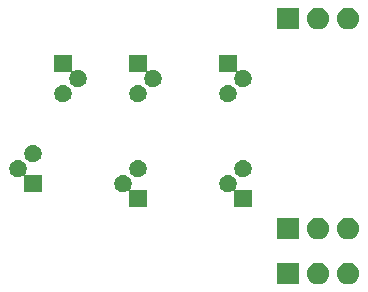
<source format=gbs>
G04 #@! TF.GenerationSoftware,KiCad,Pcbnew,5.0.2+dfsg1-1~bpo9+1*
G04 #@! TF.CreationDate,2020-09-02T01:24:03-04:00*
G04 #@! TF.ProjectId,pcb,7063622e-6b69-4636-9164-5f7063625858,rev?*
G04 #@! TF.SameCoordinates,Original*
G04 #@! TF.FileFunction,Soldermask,Bot*
G04 #@! TF.FilePolarity,Negative*
%FSLAX46Y46*%
G04 Gerber Fmt 4.6, Leading zero omitted, Abs format (unit mm)*
G04 Created by KiCad (PCBNEW 5.0.2+dfsg1-1~bpo9+1) date Wed 02 Sep 2020 01:24:03 AM EDT*
%MOMM*%
%LPD*%
G01*
G04 APERTURE LIST*
%ADD10C,0.100000*%
G04 APERTURE END LIST*
D10*
G36*
X141896200Y-89826200D02*
X140043800Y-89826200D01*
X140043800Y-87973800D01*
X141896200Y-87973800D01*
X141896200Y-89826200D01*
X141896200Y-89826200D01*
G37*
G36*
X146231563Y-87987201D02*
X146231566Y-87987202D01*
X146231567Y-87987202D01*
X146406156Y-88040163D01*
X146567059Y-88126167D01*
X146567061Y-88126168D01*
X146567060Y-88126168D01*
X146708091Y-88241909D01*
X146823832Y-88382940D01*
X146909837Y-88543844D01*
X146962799Y-88718437D01*
X146980682Y-88900000D01*
X146962799Y-89081563D01*
X146962798Y-89081566D01*
X146962798Y-89081567D01*
X146909837Y-89256156D01*
X146823833Y-89417059D01*
X146708091Y-89558091D01*
X146567059Y-89673833D01*
X146406156Y-89759837D01*
X146231567Y-89812798D01*
X146231566Y-89812798D01*
X146231563Y-89812799D01*
X146095501Y-89826200D01*
X146004499Y-89826200D01*
X145868437Y-89812799D01*
X145868434Y-89812798D01*
X145868433Y-89812798D01*
X145693844Y-89759837D01*
X145532941Y-89673833D01*
X145391909Y-89558091D01*
X145276167Y-89417059D01*
X145190163Y-89256156D01*
X145137202Y-89081567D01*
X145137202Y-89081566D01*
X145137201Y-89081563D01*
X145119318Y-88900000D01*
X145137201Y-88718437D01*
X145190163Y-88543844D01*
X145276168Y-88382940D01*
X145391909Y-88241909D01*
X145532940Y-88126168D01*
X145532939Y-88126168D01*
X145532941Y-88126167D01*
X145693844Y-88040163D01*
X145868433Y-87987202D01*
X145868434Y-87987202D01*
X145868437Y-87987201D01*
X146004499Y-87973800D01*
X146095501Y-87973800D01*
X146231563Y-87987201D01*
X146231563Y-87987201D01*
G37*
G36*
X143691563Y-87987201D02*
X143691566Y-87987202D01*
X143691567Y-87987202D01*
X143866156Y-88040163D01*
X144027059Y-88126167D01*
X144027061Y-88126168D01*
X144027060Y-88126168D01*
X144168091Y-88241909D01*
X144283832Y-88382940D01*
X144369837Y-88543844D01*
X144422799Y-88718437D01*
X144440682Y-88900000D01*
X144422799Y-89081563D01*
X144422798Y-89081566D01*
X144422798Y-89081567D01*
X144369837Y-89256156D01*
X144283833Y-89417059D01*
X144168091Y-89558091D01*
X144027059Y-89673833D01*
X143866156Y-89759837D01*
X143691567Y-89812798D01*
X143691566Y-89812798D01*
X143691563Y-89812799D01*
X143555501Y-89826200D01*
X143464499Y-89826200D01*
X143328437Y-89812799D01*
X143328434Y-89812798D01*
X143328433Y-89812798D01*
X143153844Y-89759837D01*
X142992941Y-89673833D01*
X142851909Y-89558091D01*
X142736167Y-89417059D01*
X142650163Y-89256156D01*
X142597202Y-89081567D01*
X142597202Y-89081566D01*
X142597201Y-89081563D01*
X142579318Y-88900000D01*
X142597201Y-88718437D01*
X142650163Y-88543844D01*
X142736168Y-88382940D01*
X142851909Y-88241909D01*
X142992940Y-88126168D01*
X142992939Y-88126168D01*
X142992941Y-88126167D01*
X143153844Y-88040163D01*
X143328433Y-87987202D01*
X143328434Y-87987202D01*
X143328437Y-87987201D01*
X143464499Y-87973800D01*
X143555501Y-87973800D01*
X143691563Y-87987201D01*
X143691563Y-87987201D01*
G37*
G36*
X141896200Y-86016200D02*
X140043800Y-86016200D01*
X140043800Y-84163800D01*
X141896200Y-84163800D01*
X141896200Y-86016200D01*
X141896200Y-86016200D01*
G37*
G36*
X146231563Y-84177201D02*
X146231566Y-84177202D01*
X146231567Y-84177202D01*
X146406156Y-84230163D01*
X146567059Y-84316167D01*
X146567061Y-84316168D01*
X146567060Y-84316168D01*
X146708091Y-84431909D01*
X146823832Y-84572940D01*
X146909837Y-84733844D01*
X146962799Y-84908437D01*
X146980682Y-85090000D01*
X146962799Y-85271563D01*
X146962798Y-85271566D01*
X146962798Y-85271567D01*
X146909837Y-85446156D01*
X146823833Y-85607059D01*
X146708091Y-85748091D01*
X146567059Y-85863833D01*
X146406156Y-85949837D01*
X146231567Y-86002798D01*
X146231566Y-86002798D01*
X146231563Y-86002799D01*
X146095501Y-86016200D01*
X146004499Y-86016200D01*
X145868437Y-86002799D01*
X145868434Y-86002798D01*
X145868433Y-86002798D01*
X145693844Y-85949837D01*
X145532941Y-85863833D01*
X145391909Y-85748091D01*
X145276167Y-85607059D01*
X145190163Y-85446156D01*
X145137202Y-85271567D01*
X145137202Y-85271566D01*
X145137201Y-85271563D01*
X145119318Y-85090000D01*
X145137201Y-84908437D01*
X145190163Y-84733844D01*
X145276168Y-84572940D01*
X145391909Y-84431909D01*
X145532940Y-84316168D01*
X145532939Y-84316168D01*
X145532941Y-84316167D01*
X145693844Y-84230163D01*
X145868433Y-84177202D01*
X145868434Y-84177202D01*
X145868437Y-84177201D01*
X146004499Y-84163800D01*
X146095501Y-84163800D01*
X146231563Y-84177201D01*
X146231563Y-84177201D01*
G37*
G36*
X143691563Y-84177201D02*
X143691566Y-84177202D01*
X143691567Y-84177202D01*
X143866156Y-84230163D01*
X144027059Y-84316167D01*
X144027061Y-84316168D01*
X144027060Y-84316168D01*
X144168091Y-84431909D01*
X144283832Y-84572940D01*
X144369837Y-84733844D01*
X144422799Y-84908437D01*
X144440682Y-85090000D01*
X144422799Y-85271563D01*
X144422798Y-85271566D01*
X144422798Y-85271567D01*
X144369837Y-85446156D01*
X144283833Y-85607059D01*
X144168091Y-85748091D01*
X144027059Y-85863833D01*
X143866156Y-85949837D01*
X143691567Y-86002798D01*
X143691566Y-86002798D01*
X143691563Y-86002799D01*
X143555501Y-86016200D01*
X143464499Y-86016200D01*
X143328437Y-86002799D01*
X143328434Y-86002798D01*
X143328433Y-86002798D01*
X143153844Y-85949837D01*
X142992941Y-85863833D01*
X142851909Y-85748091D01*
X142736167Y-85607059D01*
X142650163Y-85446156D01*
X142597202Y-85271567D01*
X142597202Y-85271566D01*
X142597201Y-85271563D01*
X142579318Y-85090000D01*
X142597201Y-84908437D01*
X142650163Y-84733844D01*
X142736168Y-84572940D01*
X142851909Y-84431909D01*
X142992940Y-84316168D01*
X142992939Y-84316168D01*
X142992941Y-84316167D01*
X143153844Y-84230163D01*
X143328433Y-84177202D01*
X143328434Y-84177202D01*
X143328437Y-84177201D01*
X143464499Y-84163800D01*
X143555501Y-84163800D01*
X143691563Y-84177201D01*
X143691563Y-84177201D01*
G37*
G36*
X127211826Y-80581707D02*
X127343983Y-80636448D01*
X127423279Y-80689432D01*
X127451507Y-80708293D01*
X127462927Y-80715924D01*
X127564076Y-80817073D01*
X127643552Y-80936017D01*
X127698293Y-81068174D01*
X127726200Y-81208475D01*
X127726200Y-81351525D01*
X127698293Y-81491826D01*
X127643552Y-81623983D01*
X127562840Y-81744777D01*
X127558146Y-81753560D01*
X127555255Y-81763089D01*
X127554279Y-81773000D01*
X127555255Y-81782911D01*
X127558146Y-81792440D01*
X127562840Y-81801223D01*
X127569158Y-81808921D01*
X127576856Y-81815239D01*
X127585639Y-81819933D01*
X127595168Y-81822824D01*
X127605079Y-81823800D01*
X128996200Y-81823800D01*
X128996200Y-83276200D01*
X127543800Y-83276200D01*
X127543800Y-81885079D01*
X127542824Y-81875168D01*
X127539933Y-81865639D01*
X127535239Y-81856856D01*
X127528921Y-81849158D01*
X127521223Y-81842840D01*
X127512440Y-81838146D01*
X127502911Y-81835255D01*
X127493000Y-81834279D01*
X127483089Y-81835255D01*
X127473560Y-81838146D01*
X127464777Y-81842840D01*
X127462927Y-81844076D01*
X127462926Y-81844077D01*
X127443801Y-81856856D01*
X127343983Y-81923552D01*
X127211826Y-81978293D01*
X127071525Y-82006200D01*
X126928475Y-82006200D01*
X126788174Y-81978293D01*
X126656017Y-81923552D01*
X126569344Y-81865639D01*
X126537074Y-81844077D01*
X126435923Y-81742926D01*
X126409432Y-81703279D01*
X126356448Y-81623983D01*
X126301707Y-81491826D01*
X126273800Y-81351525D01*
X126273800Y-81208475D01*
X126301707Y-81068174D01*
X126356448Y-80936017D01*
X126435924Y-80817073D01*
X126537073Y-80715924D01*
X126548494Y-80708293D01*
X126576721Y-80689432D01*
X126656017Y-80636448D01*
X126788174Y-80581707D01*
X126928475Y-80553800D01*
X127071525Y-80553800D01*
X127211826Y-80581707D01*
X127211826Y-80581707D01*
G37*
G36*
X136101826Y-80581707D02*
X136233983Y-80636448D01*
X136313279Y-80689432D01*
X136341507Y-80708293D01*
X136352927Y-80715924D01*
X136454076Y-80817073D01*
X136533552Y-80936017D01*
X136588293Y-81068174D01*
X136616200Y-81208475D01*
X136616200Y-81351525D01*
X136588293Y-81491826D01*
X136533552Y-81623983D01*
X136452840Y-81744777D01*
X136448146Y-81753560D01*
X136445255Y-81763089D01*
X136444279Y-81773000D01*
X136445255Y-81782911D01*
X136448146Y-81792440D01*
X136452840Y-81801223D01*
X136459158Y-81808921D01*
X136466856Y-81815239D01*
X136475639Y-81819933D01*
X136485168Y-81822824D01*
X136495079Y-81823800D01*
X137886200Y-81823800D01*
X137886200Y-83276200D01*
X136433800Y-83276200D01*
X136433800Y-81885079D01*
X136432824Y-81875168D01*
X136429933Y-81865639D01*
X136425239Y-81856856D01*
X136418921Y-81849158D01*
X136411223Y-81842840D01*
X136402440Y-81838146D01*
X136392911Y-81835255D01*
X136383000Y-81834279D01*
X136373089Y-81835255D01*
X136363560Y-81838146D01*
X136354777Y-81842840D01*
X136352927Y-81844076D01*
X136352926Y-81844077D01*
X136333801Y-81856856D01*
X136233983Y-81923552D01*
X136101826Y-81978293D01*
X135961525Y-82006200D01*
X135818475Y-82006200D01*
X135678174Y-81978293D01*
X135546017Y-81923552D01*
X135459344Y-81865639D01*
X135427074Y-81844077D01*
X135325923Y-81742926D01*
X135299432Y-81703279D01*
X135246448Y-81623983D01*
X135191707Y-81491826D01*
X135163800Y-81351525D01*
X135163800Y-81208475D01*
X135191707Y-81068174D01*
X135246448Y-80936017D01*
X135325924Y-80817073D01*
X135427073Y-80715924D01*
X135438494Y-80708293D01*
X135466721Y-80689432D01*
X135546017Y-80636448D01*
X135678174Y-80581707D01*
X135818475Y-80553800D01*
X135961525Y-80553800D01*
X136101826Y-80581707D01*
X136101826Y-80581707D01*
G37*
G36*
X118321826Y-79311707D02*
X118453983Y-79366448D01*
X118533279Y-79419432D01*
X118561507Y-79438293D01*
X118572927Y-79445924D01*
X118674076Y-79547073D01*
X118753552Y-79666017D01*
X118808293Y-79798174D01*
X118836200Y-79938475D01*
X118836200Y-80081525D01*
X118808293Y-80221826D01*
X118753552Y-80353983D01*
X118672840Y-80474777D01*
X118668146Y-80483560D01*
X118665255Y-80493089D01*
X118664279Y-80503000D01*
X118665255Y-80512911D01*
X118668146Y-80522440D01*
X118672840Y-80531223D01*
X118679158Y-80538921D01*
X118686856Y-80545239D01*
X118695639Y-80549933D01*
X118705168Y-80552824D01*
X118715079Y-80553800D01*
X120106200Y-80553800D01*
X120106200Y-82006200D01*
X118653800Y-82006200D01*
X118653800Y-80615079D01*
X118652824Y-80605168D01*
X118649933Y-80595639D01*
X118645239Y-80586856D01*
X118638921Y-80579158D01*
X118631223Y-80572840D01*
X118622440Y-80568146D01*
X118612911Y-80565255D01*
X118603000Y-80564279D01*
X118593089Y-80565255D01*
X118583560Y-80568146D01*
X118574777Y-80572840D01*
X118572927Y-80574076D01*
X118572926Y-80574077D01*
X118561507Y-80581707D01*
X118453983Y-80653552D01*
X118321826Y-80708293D01*
X118181525Y-80736200D01*
X118038475Y-80736200D01*
X117898174Y-80708293D01*
X117766017Y-80653552D01*
X117679344Y-80595639D01*
X117647074Y-80574077D01*
X117545923Y-80472926D01*
X117519432Y-80433279D01*
X117466448Y-80353983D01*
X117411707Y-80221826D01*
X117383800Y-80081525D01*
X117383800Y-79938475D01*
X117411707Y-79798174D01*
X117466448Y-79666017D01*
X117545924Y-79547073D01*
X117647073Y-79445924D01*
X117658494Y-79438293D01*
X117686721Y-79419432D01*
X117766017Y-79366448D01*
X117898174Y-79311707D01*
X118038475Y-79283800D01*
X118181525Y-79283800D01*
X118321826Y-79311707D01*
X118321826Y-79311707D01*
G37*
G36*
X137371826Y-79311707D02*
X137503983Y-79366448D01*
X137583279Y-79419432D01*
X137611507Y-79438293D01*
X137622927Y-79445924D01*
X137724076Y-79547073D01*
X137803552Y-79666017D01*
X137858293Y-79798174D01*
X137886200Y-79938475D01*
X137886200Y-80081525D01*
X137858293Y-80221826D01*
X137803552Y-80353983D01*
X137750568Y-80433279D01*
X137724077Y-80472926D01*
X137622926Y-80574077D01*
X137590656Y-80595639D01*
X137503983Y-80653552D01*
X137371826Y-80708293D01*
X137231525Y-80736200D01*
X137088475Y-80736200D01*
X136948174Y-80708293D01*
X136816017Y-80653552D01*
X136729344Y-80595639D01*
X136697074Y-80574077D01*
X136595923Y-80472926D01*
X136569432Y-80433279D01*
X136516448Y-80353983D01*
X136461707Y-80221826D01*
X136433800Y-80081525D01*
X136433800Y-79938475D01*
X136461707Y-79798174D01*
X136516448Y-79666017D01*
X136595924Y-79547073D01*
X136697073Y-79445924D01*
X136708494Y-79438293D01*
X136736721Y-79419432D01*
X136816017Y-79366448D01*
X136948174Y-79311707D01*
X137088475Y-79283800D01*
X137231525Y-79283800D01*
X137371826Y-79311707D01*
X137371826Y-79311707D01*
G37*
G36*
X128481826Y-79311707D02*
X128613983Y-79366448D01*
X128693279Y-79419432D01*
X128721507Y-79438293D01*
X128732927Y-79445924D01*
X128834076Y-79547073D01*
X128913552Y-79666017D01*
X128968293Y-79798174D01*
X128996200Y-79938475D01*
X128996200Y-80081525D01*
X128968293Y-80221826D01*
X128913552Y-80353983D01*
X128860568Y-80433279D01*
X128834077Y-80472926D01*
X128732926Y-80574077D01*
X128700656Y-80595639D01*
X128613983Y-80653552D01*
X128481826Y-80708293D01*
X128341525Y-80736200D01*
X128198475Y-80736200D01*
X128058174Y-80708293D01*
X127926017Y-80653552D01*
X127839344Y-80595639D01*
X127807074Y-80574077D01*
X127705923Y-80472926D01*
X127679432Y-80433279D01*
X127626448Y-80353983D01*
X127571707Y-80221826D01*
X127543800Y-80081525D01*
X127543800Y-79938475D01*
X127571707Y-79798174D01*
X127626448Y-79666017D01*
X127705924Y-79547073D01*
X127807073Y-79445924D01*
X127818494Y-79438293D01*
X127846721Y-79419432D01*
X127926017Y-79366448D01*
X128058174Y-79311707D01*
X128198475Y-79283800D01*
X128341525Y-79283800D01*
X128481826Y-79311707D01*
X128481826Y-79311707D01*
G37*
G36*
X119591826Y-78041707D02*
X119723983Y-78096448D01*
X119842927Y-78175924D01*
X119944076Y-78277073D01*
X120023552Y-78396017D01*
X120078293Y-78528174D01*
X120106200Y-78668475D01*
X120106200Y-78811525D01*
X120078293Y-78951826D01*
X120023552Y-79083983D01*
X119970568Y-79163279D01*
X119944077Y-79202926D01*
X119842926Y-79304077D01*
X119803279Y-79330568D01*
X119723983Y-79383552D01*
X119591826Y-79438293D01*
X119451525Y-79466200D01*
X119308475Y-79466200D01*
X119168174Y-79438293D01*
X119036017Y-79383552D01*
X118956721Y-79330568D01*
X118917074Y-79304077D01*
X118815923Y-79202926D01*
X118789432Y-79163279D01*
X118736448Y-79083983D01*
X118681707Y-78951826D01*
X118653800Y-78811525D01*
X118653800Y-78668475D01*
X118681707Y-78528174D01*
X118736448Y-78396017D01*
X118815924Y-78277073D01*
X118917073Y-78175924D01*
X119036017Y-78096448D01*
X119168174Y-78041707D01*
X119308475Y-78013800D01*
X119451525Y-78013800D01*
X119591826Y-78041707D01*
X119591826Y-78041707D01*
G37*
G36*
X136101826Y-72961707D02*
X136233983Y-73016448D01*
X136313279Y-73069432D01*
X136341507Y-73088293D01*
X136352927Y-73095924D01*
X136454076Y-73197073D01*
X136533552Y-73316017D01*
X136588293Y-73448174D01*
X136616200Y-73588475D01*
X136616200Y-73731525D01*
X136588293Y-73871826D01*
X136533552Y-74003983D01*
X136454076Y-74122927D01*
X136352927Y-74224076D01*
X136233983Y-74303552D01*
X136101826Y-74358293D01*
X135961525Y-74386200D01*
X135818475Y-74386200D01*
X135678174Y-74358293D01*
X135546017Y-74303552D01*
X135427073Y-74224076D01*
X135325924Y-74122927D01*
X135246448Y-74003983D01*
X135191707Y-73871826D01*
X135163800Y-73731525D01*
X135163800Y-73588475D01*
X135191707Y-73448174D01*
X135246448Y-73316017D01*
X135325924Y-73197073D01*
X135427073Y-73095924D01*
X135438494Y-73088293D01*
X135466721Y-73069432D01*
X135546017Y-73016448D01*
X135678174Y-72961707D01*
X135818475Y-72933800D01*
X135961525Y-72933800D01*
X136101826Y-72961707D01*
X136101826Y-72961707D01*
G37*
G36*
X122131826Y-72961707D02*
X122263983Y-73016448D01*
X122343279Y-73069432D01*
X122371507Y-73088293D01*
X122382927Y-73095924D01*
X122484076Y-73197073D01*
X122563552Y-73316017D01*
X122618293Y-73448174D01*
X122646200Y-73588475D01*
X122646200Y-73731525D01*
X122618293Y-73871826D01*
X122563552Y-74003983D01*
X122484076Y-74122927D01*
X122382927Y-74224076D01*
X122263983Y-74303552D01*
X122131826Y-74358293D01*
X121991525Y-74386200D01*
X121848475Y-74386200D01*
X121708174Y-74358293D01*
X121576017Y-74303552D01*
X121457073Y-74224076D01*
X121355924Y-74122927D01*
X121276448Y-74003983D01*
X121221707Y-73871826D01*
X121193800Y-73731525D01*
X121193800Y-73588475D01*
X121221707Y-73448174D01*
X121276448Y-73316017D01*
X121355924Y-73197073D01*
X121457073Y-73095924D01*
X121468494Y-73088293D01*
X121496721Y-73069432D01*
X121576017Y-73016448D01*
X121708174Y-72961707D01*
X121848475Y-72933800D01*
X121991525Y-72933800D01*
X122131826Y-72961707D01*
X122131826Y-72961707D01*
G37*
G36*
X128481826Y-72961707D02*
X128613983Y-73016448D01*
X128693279Y-73069432D01*
X128721507Y-73088293D01*
X128732927Y-73095924D01*
X128834076Y-73197073D01*
X128913552Y-73316017D01*
X128968293Y-73448174D01*
X128996200Y-73588475D01*
X128996200Y-73731525D01*
X128968293Y-73871826D01*
X128913552Y-74003983D01*
X128834076Y-74122927D01*
X128732927Y-74224076D01*
X128613983Y-74303552D01*
X128481826Y-74358293D01*
X128341525Y-74386200D01*
X128198475Y-74386200D01*
X128058174Y-74358293D01*
X127926017Y-74303552D01*
X127807073Y-74224076D01*
X127705924Y-74122927D01*
X127626448Y-74003983D01*
X127571707Y-73871826D01*
X127543800Y-73731525D01*
X127543800Y-73588475D01*
X127571707Y-73448174D01*
X127626448Y-73316017D01*
X127705924Y-73197073D01*
X127807073Y-73095924D01*
X127818494Y-73088293D01*
X127846721Y-73069432D01*
X127926017Y-73016448D01*
X128058174Y-72961707D01*
X128198475Y-72933800D01*
X128341525Y-72933800D01*
X128481826Y-72961707D01*
X128481826Y-72961707D01*
G37*
G36*
X136616200Y-71784921D02*
X136617176Y-71794832D01*
X136620067Y-71804361D01*
X136624761Y-71813144D01*
X136631079Y-71820842D01*
X136638777Y-71827160D01*
X136647560Y-71831854D01*
X136657089Y-71834745D01*
X136667000Y-71835721D01*
X136676911Y-71834745D01*
X136686440Y-71831854D01*
X136695223Y-71827160D01*
X136704679Y-71820842D01*
X136758438Y-71784921D01*
X136816017Y-71746448D01*
X136948174Y-71691707D01*
X137088475Y-71663800D01*
X137231525Y-71663800D01*
X137371826Y-71691707D01*
X137503983Y-71746448D01*
X137561562Y-71784921D01*
X137615322Y-71820842D01*
X137622927Y-71825924D01*
X137724076Y-71927073D01*
X137803552Y-72046017D01*
X137858293Y-72178174D01*
X137886200Y-72318475D01*
X137886200Y-72461525D01*
X137858293Y-72601826D01*
X137803552Y-72733983D01*
X137750568Y-72813279D01*
X137724077Y-72852926D01*
X137622926Y-72954077D01*
X137583279Y-72980568D01*
X137503983Y-73033552D01*
X137371826Y-73088293D01*
X137231525Y-73116200D01*
X137088475Y-73116200D01*
X136948174Y-73088293D01*
X136816017Y-73033552D01*
X136736721Y-72980568D01*
X136697074Y-72954077D01*
X136595923Y-72852926D01*
X136569432Y-72813279D01*
X136516448Y-72733983D01*
X136461707Y-72601826D01*
X136433800Y-72461525D01*
X136433800Y-72318475D01*
X136461707Y-72178174D01*
X136516448Y-72046017D01*
X136597160Y-71925223D01*
X136601854Y-71916440D01*
X136604745Y-71906911D01*
X136605721Y-71897000D01*
X136604745Y-71887089D01*
X136601854Y-71877560D01*
X136597160Y-71868777D01*
X136590842Y-71861079D01*
X136583144Y-71854761D01*
X136574361Y-71850067D01*
X136564832Y-71847176D01*
X136554921Y-71846200D01*
X135163800Y-71846200D01*
X135163800Y-70393800D01*
X136616200Y-70393800D01*
X136616200Y-71784921D01*
X136616200Y-71784921D01*
G37*
G36*
X122646200Y-71784921D02*
X122647176Y-71794832D01*
X122650067Y-71804361D01*
X122654761Y-71813144D01*
X122661079Y-71820842D01*
X122668777Y-71827160D01*
X122677560Y-71831854D01*
X122687089Y-71834745D01*
X122697000Y-71835721D01*
X122706911Y-71834745D01*
X122716440Y-71831854D01*
X122725223Y-71827160D01*
X122734679Y-71820842D01*
X122788438Y-71784921D01*
X122846017Y-71746448D01*
X122978174Y-71691707D01*
X123118475Y-71663800D01*
X123261525Y-71663800D01*
X123401826Y-71691707D01*
X123533983Y-71746448D01*
X123591562Y-71784921D01*
X123645322Y-71820842D01*
X123652927Y-71825924D01*
X123754076Y-71927073D01*
X123833552Y-72046017D01*
X123888293Y-72178174D01*
X123916200Y-72318475D01*
X123916200Y-72461525D01*
X123888293Y-72601826D01*
X123833552Y-72733983D01*
X123780568Y-72813279D01*
X123754077Y-72852926D01*
X123652926Y-72954077D01*
X123613279Y-72980568D01*
X123533983Y-73033552D01*
X123401826Y-73088293D01*
X123261525Y-73116200D01*
X123118475Y-73116200D01*
X122978174Y-73088293D01*
X122846017Y-73033552D01*
X122766721Y-72980568D01*
X122727074Y-72954077D01*
X122625923Y-72852926D01*
X122599432Y-72813279D01*
X122546448Y-72733983D01*
X122491707Y-72601826D01*
X122463800Y-72461525D01*
X122463800Y-72318475D01*
X122491707Y-72178174D01*
X122546448Y-72046017D01*
X122627160Y-71925223D01*
X122631854Y-71916440D01*
X122634745Y-71906911D01*
X122635721Y-71897000D01*
X122634745Y-71887089D01*
X122631854Y-71877560D01*
X122627160Y-71868777D01*
X122620842Y-71861079D01*
X122613144Y-71854761D01*
X122604361Y-71850067D01*
X122594832Y-71847176D01*
X122584921Y-71846200D01*
X121193800Y-71846200D01*
X121193800Y-70393800D01*
X122646200Y-70393800D01*
X122646200Y-71784921D01*
X122646200Y-71784921D01*
G37*
G36*
X128996200Y-71784921D02*
X128997176Y-71794832D01*
X129000067Y-71804361D01*
X129004761Y-71813144D01*
X129011079Y-71820842D01*
X129018777Y-71827160D01*
X129027560Y-71831854D01*
X129037089Y-71834745D01*
X129047000Y-71835721D01*
X129056911Y-71834745D01*
X129066440Y-71831854D01*
X129075223Y-71827160D01*
X129084679Y-71820842D01*
X129138438Y-71784921D01*
X129196017Y-71746448D01*
X129328174Y-71691707D01*
X129468475Y-71663800D01*
X129611525Y-71663800D01*
X129751826Y-71691707D01*
X129883983Y-71746448D01*
X129941562Y-71784921D01*
X129995322Y-71820842D01*
X130002927Y-71825924D01*
X130104076Y-71927073D01*
X130183552Y-72046017D01*
X130238293Y-72178174D01*
X130266200Y-72318475D01*
X130266200Y-72461525D01*
X130238293Y-72601826D01*
X130183552Y-72733983D01*
X130130568Y-72813279D01*
X130104077Y-72852926D01*
X130002926Y-72954077D01*
X129963279Y-72980568D01*
X129883983Y-73033552D01*
X129751826Y-73088293D01*
X129611525Y-73116200D01*
X129468475Y-73116200D01*
X129328174Y-73088293D01*
X129196017Y-73033552D01*
X129116721Y-72980568D01*
X129077074Y-72954077D01*
X128975923Y-72852926D01*
X128949432Y-72813279D01*
X128896448Y-72733983D01*
X128841707Y-72601826D01*
X128813800Y-72461525D01*
X128813800Y-72318475D01*
X128841707Y-72178174D01*
X128896448Y-72046017D01*
X128977160Y-71925223D01*
X128981854Y-71916440D01*
X128984745Y-71906911D01*
X128985721Y-71897000D01*
X128984745Y-71887089D01*
X128981854Y-71877560D01*
X128977160Y-71868777D01*
X128970842Y-71861079D01*
X128963144Y-71854761D01*
X128954361Y-71850067D01*
X128944832Y-71847176D01*
X128934921Y-71846200D01*
X127543800Y-71846200D01*
X127543800Y-70393800D01*
X128996200Y-70393800D01*
X128996200Y-71784921D01*
X128996200Y-71784921D01*
G37*
G36*
X146231563Y-66397201D02*
X146231566Y-66397202D01*
X146231567Y-66397202D01*
X146406156Y-66450163D01*
X146567059Y-66536167D01*
X146567061Y-66536168D01*
X146567060Y-66536168D01*
X146708091Y-66651909D01*
X146823832Y-66792940D01*
X146909837Y-66953844D01*
X146962799Y-67128437D01*
X146980682Y-67310000D01*
X146962799Y-67491563D01*
X146962798Y-67491566D01*
X146962798Y-67491567D01*
X146909837Y-67666156D01*
X146823833Y-67827059D01*
X146708091Y-67968091D01*
X146567059Y-68083833D01*
X146406156Y-68169837D01*
X146231567Y-68222798D01*
X146231566Y-68222798D01*
X146231563Y-68222799D01*
X146095501Y-68236200D01*
X146004499Y-68236200D01*
X145868437Y-68222799D01*
X145868434Y-68222798D01*
X145868433Y-68222798D01*
X145693844Y-68169837D01*
X145532941Y-68083833D01*
X145391909Y-67968091D01*
X145276167Y-67827059D01*
X145190163Y-67666156D01*
X145137202Y-67491567D01*
X145137202Y-67491566D01*
X145137201Y-67491563D01*
X145119318Y-67310000D01*
X145137201Y-67128437D01*
X145190163Y-66953844D01*
X145276168Y-66792940D01*
X145391909Y-66651909D01*
X145532940Y-66536168D01*
X145532939Y-66536168D01*
X145532941Y-66536167D01*
X145693844Y-66450163D01*
X145868433Y-66397202D01*
X145868434Y-66397202D01*
X145868437Y-66397201D01*
X146004499Y-66383800D01*
X146095501Y-66383800D01*
X146231563Y-66397201D01*
X146231563Y-66397201D01*
G37*
G36*
X143691563Y-66397201D02*
X143691566Y-66397202D01*
X143691567Y-66397202D01*
X143866156Y-66450163D01*
X144027059Y-66536167D01*
X144027061Y-66536168D01*
X144027060Y-66536168D01*
X144168091Y-66651909D01*
X144283832Y-66792940D01*
X144369837Y-66953844D01*
X144422799Y-67128437D01*
X144440682Y-67310000D01*
X144422799Y-67491563D01*
X144422798Y-67491566D01*
X144422798Y-67491567D01*
X144369837Y-67666156D01*
X144283833Y-67827059D01*
X144168091Y-67968091D01*
X144027059Y-68083833D01*
X143866156Y-68169837D01*
X143691567Y-68222798D01*
X143691566Y-68222798D01*
X143691563Y-68222799D01*
X143555501Y-68236200D01*
X143464499Y-68236200D01*
X143328437Y-68222799D01*
X143328434Y-68222798D01*
X143328433Y-68222798D01*
X143153844Y-68169837D01*
X142992941Y-68083833D01*
X142851909Y-67968091D01*
X142736167Y-67827059D01*
X142650163Y-67666156D01*
X142597202Y-67491567D01*
X142597202Y-67491566D01*
X142597201Y-67491563D01*
X142579318Y-67310000D01*
X142597201Y-67128437D01*
X142650163Y-66953844D01*
X142736168Y-66792940D01*
X142851909Y-66651909D01*
X142992940Y-66536168D01*
X142992939Y-66536168D01*
X142992941Y-66536167D01*
X143153844Y-66450163D01*
X143328433Y-66397202D01*
X143328434Y-66397202D01*
X143328437Y-66397201D01*
X143464499Y-66383800D01*
X143555501Y-66383800D01*
X143691563Y-66397201D01*
X143691563Y-66397201D01*
G37*
G36*
X141896200Y-68236200D02*
X140043800Y-68236200D01*
X140043800Y-66383800D01*
X141896200Y-66383800D01*
X141896200Y-68236200D01*
X141896200Y-68236200D01*
G37*
M02*

</source>
